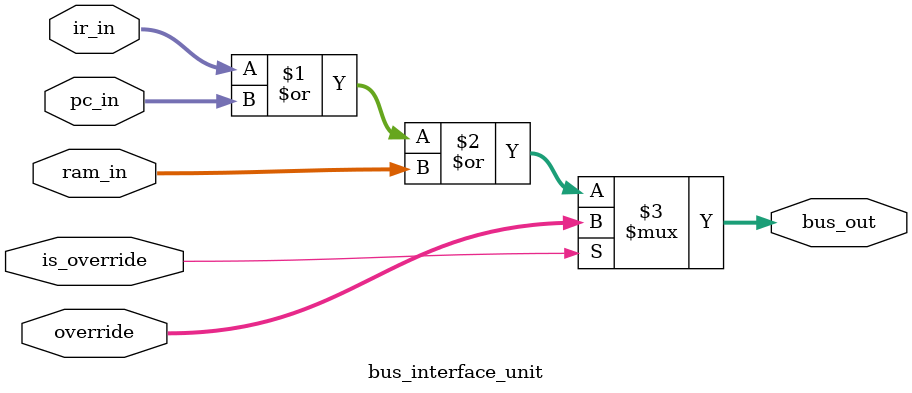
<source format=v>
module bus_interface_unit (
    output wire [15:0] bus_out,
    input wire [15:0] ir_in,
    input wire [15:0] pc_in,
    input wire [15:0] ram_in,
    input wire [15:0] override,
    input wire is_override
);
    assign bus_out = is_override ? override : (ir_in | pc_in | ram_in);
endmodule
</source>
